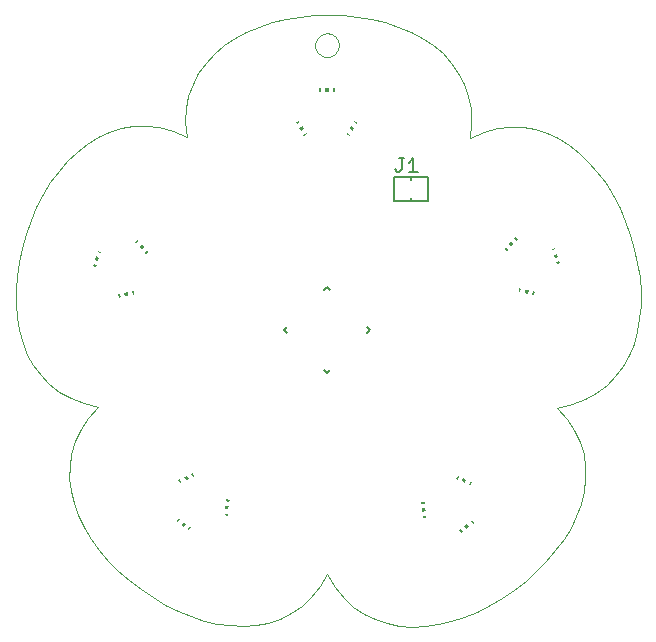
<source format=gto>
G75*
%MOIN*%
%OFA0B0*%
%FSLAX24Y24*%
%IPPOS*%
%LPD*%
%AMOC8*
5,1,8,0,0,1.08239X$1,22.5*
%
%ADD10C,0.0000*%
%ADD11R,0.0059X0.0118*%
%ADD12R,0.0118X0.0118*%
%ADD13R,0.0118X0.0118*%
%ADD14C,0.0060*%
%ADD15C,0.0050*%
D10*
X003693Y003291D02*
X003390Y003649D01*
X003120Y004022D01*
X002887Y004409D01*
X002694Y004806D01*
X002545Y005211D01*
X002443Y005621D01*
X002392Y006035D01*
X002396Y006448D01*
X002458Y006859D01*
X002582Y007266D01*
X002770Y007665D01*
X003028Y008054D01*
X003358Y008430D01*
X002876Y008540D01*
X002444Y008703D01*
X002061Y008914D01*
X001725Y009170D01*
X001436Y009466D01*
X001193Y009799D01*
X000992Y010163D01*
X000834Y010555D01*
X000718Y010971D01*
X000640Y011406D01*
X000602Y011856D01*
X000600Y012317D01*
X000634Y012786D01*
X000702Y013256D01*
X000804Y013726D01*
X000937Y014189D01*
X001100Y014643D01*
X001293Y015082D01*
X001514Y015504D01*
X001760Y015902D01*
X002032Y016275D01*
X002328Y016616D01*
X002646Y016922D01*
X002985Y017189D01*
X003344Y017413D01*
X003721Y017589D01*
X004116Y017713D01*
X004526Y017781D01*
X004951Y017789D01*
X005388Y017733D01*
X005838Y017608D01*
X006298Y017411D01*
X006253Y017903D01*
X006275Y018365D01*
X006357Y018794D01*
X006497Y019192D01*
X006689Y019558D01*
X006930Y019893D01*
X007215Y020196D01*
X007539Y020467D01*
X007898Y020707D01*
X008288Y020915D01*
X008704Y021091D01*
X009143Y021235D01*
X009598Y021347D01*
X010067Y021428D01*
X010545Y021476D01*
X011027Y021493D01*
X011509Y021477D01*
X011986Y021430D01*
X012455Y021351D01*
X012911Y021239D01*
X013349Y021096D01*
X013765Y020920D01*
X014154Y020712D01*
X014513Y020472D01*
X014837Y020200D01*
X015121Y019895D01*
X015361Y019559D01*
X015552Y019190D01*
X015691Y018788D01*
X015773Y018354D01*
X015793Y017888D01*
X015748Y017390D01*
X016202Y017584D01*
X016647Y017707D01*
X017081Y017761D01*
X017503Y017751D01*
X017911Y017681D01*
X018304Y017556D01*
X018680Y017379D01*
X019038Y017154D01*
X019377Y016887D01*
X019695Y016580D01*
X019991Y016238D01*
X020264Y015866D01*
X020511Y015467D01*
X020733Y015046D01*
X020926Y014607D01*
X021091Y014154D01*
X021225Y013691D01*
X021328Y013222D01*
X021397Y012751D01*
X021432Y012284D01*
X021431Y011823D01*
X021392Y011373D01*
X021315Y010938D01*
X021198Y010523D01*
X021039Y010131D01*
X020837Y009767D01*
X020591Y009434D01*
X020299Y009138D01*
X019960Y008882D01*
X019573Y008670D01*
X019136Y008507D01*
X018647Y008396D01*
X018973Y008024D01*
X019227Y007638D01*
X019413Y007242D01*
X019534Y006838D01*
X019593Y006429D01*
X019595Y006017D01*
X019543Y005604D01*
X019440Y005194D01*
X019291Y004789D01*
X019097Y004392D01*
X018864Y004005D01*
X018594Y003631D01*
X018291Y003272D01*
X017959Y002931D01*
X017601Y002611D01*
X017221Y002314D01*
X016822Y002043D01*
X016408Y001801D01*
X015982Y001590D01*
X015548Y001412D01*
X015109Y001271D01*
X014670Y001169D01*
X014232Y001108D01*
X013801Y001091D01*
X013379Y001121D01*
X012970Y001200D01*
X012578Y001332D01*
X012206Y001518D01*
X011858Y001761D01*
X011537Y002064D01*
X011246Y002429D01*
X010990Y002859D01*
X010737Y002434D01*
X010449Y002074D01*
X010129Y001775D01*
X009782Y001535D01*
X009411Y001352D01*
X009020Y001222D01*
X008612Y001145D01*
X008190Y001116D01*
X007759Y001133D01*
X007321Y001194D01*
X006881Y001296D01*
X006441Y001437D01*
X006007Y001614D01*
X005580Y001825D01*
X005165Y002066D01*
X004765Y002336D01*
X004384Y002632D01*
X004026Y002951D01*
X003693Y003291D01*
X010583Y020475D02*
X010585Y020514D01*
X010591Y020553D01*
X010601Y020591D01*
X010614Y020628D01*
X010631Y020663D01*
X010651Y020697D01*
X010675Y020728D01*
X010702Y020757D01*
X010731Y020783D01*
X010763Y020806D01*
X010797Y020826D01*
X010833Y020842D01*
X010870Y020854D01*
X010909Y020863D01*
X010948Y020868D01*
X010987Y020869D01*
X011026Y020866D01*
X011065Y020859D01*
X011102Y020848D01*
X011139Y020834D01*
X011174Y020816D01*
X011207Y020795D01*
X011238Y020770D01*
X011266Y020743D01*
X011291Y020713D01*
X011313Y020680D01*
X011332Y020646D01*
X011347Y020610D01*
X011359Y020572D01*
X011367Y020534D01*
X011371Y020495D01*
X011371Y020455D01*
X011367Y020416D01*
X011359Y020378D01*
X011347Y020340D01*
X011332Y020304D01*
X011313Y020270D01*
X011291Y020237D01*
X011266Y020207D01*
X011238Y020180D01*
X011207Y020155D01*
X011174Y020134D01*
X011139Y020116D01*
X011102Y020102D01*
X011065Y020091D01*
X011026Y020084D01*
X010987Y020081D01*
X010948Y020082D01*
X010909Y020087D01*
X010870Y020096D01*
X010833Y020108D01*
X010797Y020124D01*
X010763Y020144D01*
X010731Y020167D01*
X010702Y020193D01*
X010675Y020222D01*
X010651Y020253D01*
X010631Y020287D01*
X010614Y020322D01*
X010601Y020359D01*
X010591Y020397D01*
X010585Y020436D01*
X010583Y020475D01*
D11*
X010741Y018989D03*
X011213Y018989D03*
G36*
X011995Y017900D02*
X011966Y017850D01*
X011865Y017908D01*
X011894Y017958D01*
X011995Y017900D01*
G37*
G36*
X011758Y017491D02*
X011729Y017441D01*
X011628Y017499D01*
X011657Y017549D01*
X011758Y017491D01*
G37*
G36*
X010224Y017441D02*
X010195Y017491D01*
X010296Y017549D01*
X010325Y017499D01*
X010224Y017441D01*
G37*
G36*
X009988Y017850D02*
X009959Y017900D01*
X010060Y017958D01*
X010089Y017908D01*
X009988Y017850D01*
G37*
G36*
X004987Y013640D02*
X005026Y013596D01*
X004939Y013518D01*
X004900Y013562D01*
X004987Y013640D01*
G37*
G36*
X004671Y013991D02*
X004710Y013947D01*
X004623Y013869D01*
X004584Y013913D01*
X004671Y013991D01*
G37*
G36*
X003329Y013575D02*
X003347Y013629D01*
X003459Y013593D01*
X003441Y013539D01*
X003329Y013575D01*
G37*
G36*
X003183Y013126D02*
X003201Y013180D01*
X003313Y013144D01*
X003295Y013090D01*
X003183Y013126D01*
G37*
G36*
X004098Y012067D02*
X004042Y012055D01*
X004018Y012169D01*
X004074Y012181D01*
X004098Y012067D01*
G37*
G36*
X004560Y012165D02*
X004504Y012153D01*
X004480Y012267D01*
X004536Y012279D01*
X004560Y012165D01*
G37*
G36*
X006458Y006181D02*
X006510Y006204D01*
X006558Y006097D01*
X006506Y006074D01*
X006458Y006181D01*
G37*
G36*
X006027Y005989D02*
X006079Y006012D01*
X006127Y005905D01*
X006075Y005882D01*
X006027Y005989D01*
G37*
G36*
X006008Y004584D02*
X005961Y004618D01*
X006030Y004712D01*
X006077Y004678D01*
X006008Y004584D01*
G37*
G36*
X006390Y004306D02*
X006343Y004340D01*
X006412Y004434D01*
X006459Y004400D01*
X006390Y004306D01*
G37*
G36*
X007679Y004849D02*
X007673Y004792D01*
X007557Y004805D01*
X007563Y004862D01*
X007679Y004849D01*
G37*
G36*
X007729Y005319D02*
X007723Y005262D01*
X007607Y005275D01*
X007613Y005332D01*
X007729Y005319D01*
G37*
G36*
X014121Y005184D02*
X014115Y005241D01*
X014231Y005254D01*
X014237Y005197D01*
X014121Y005184D01*
G37*
G36*
X014170Y004714D02*
X014164Y004771D01*
X014280Y004784D01*
X014286Y004727D01*
X014170Y004714D01*
G37*
G36*
X015500Y004263D02*
X015453Y004229D01*
X015384Y004323D01*
X015431Y004357D01*
X015500Y004263D01*
G37*
G36*
X015883Y004541D02*
X015836Y004507D01*
X015767Y004601D01*
X015814Y004635D01*
X015883Y004541D01*
G37*
G36*
X015765Y005934D02*
X015817Y005911D01*
X015769Y005804D01*
X015717Y005827D01*
X015765Y005934D01*
G37*
G36*
X015333Y006127D02*
X015385Y006104D01*
X015337Y005997D01*
X015285Y006020D01*
X015333Y006127D01*
G37*
G36*
X017882Y012148D02*
X017826Y012160D01*
X017850Y012274D01*
X017906Y012262D01*
X017882Y012148D01*
G37*
G36*
X017420Y012246D02*
X017364Y012258D01*
X017388Y012372D01*
X017444Y012360D01*
X017420Y012246D01*
G37*
G36*
X018723Y013272D02*
X018741Y013218D01*
X018629Y013182D01*
X018611Y013236D01*
X018723Y013272D01*
G37*
G36*
X018577Y013722D02*
X018595Y013668D01*
X018483Y013632D01*
X018465Y013686D01*
X018577Y013722D01*
G37*
G36*
X017214Y014040D02*
X017253Y014084D01*
X017340Y014006D01*
X017301Y013962D01*
X017214Y014040D01*
G37*
G36*
X016898Y013689D02*
X016937Y013733D01*
X017024Y013655D01*
X016985Y013611D01*
X016898Y013689D01*
G37*
D12*
X010977Y018989D03*
D13*
G36*
X011891Y017720D02*
X011832Y017619D01*
X011731Y017678D01*
X011790Y017779D01*
X011891Y017720D01*
G37*
G36*
X010121Y017619D02*
X010062Y017720D01*
X010163Y017779D01*
X010222Y017678D01*
X010121Y017619D01*
G37*
G36*
X004809Y013838D02*
X004888Y013751D01*
X004801Y013672D01*
X004722Y013759D01*
X004809Y013838D01*
G37*
G36*
X003247Y013322D02*
X003284Y013433D01*
X003395Y013396D01*
X003358Y013285D01*
X003247Y013322D01*
G37*
G36*
X004358Y012122D02*
X004244Y012098D01*
X004220Y012212D01*
X004334Y012236D01*
X004358Y012122D01*
G37*
G36*
X006215Y006072D02*
X006321Y006120D01*
X006369Y006014D01*
X006263Y005966D01*
X006215Y006072D01*
G37*
G36*
X007707Y005114D02*
X007695Y004998D01*
X007579Y005010D01*
X007591Y005126D01*
X007707Y005114D01*
G37*
G36*
X006223Y004427D02*
X006128Y004496D01*
X006197Y004591D01*
X006292Y004522D01*
X006223Y004427D01*
G37*
G36*
X014148Y004920D02*
X014136Y005036D01*
X014252Y005048D01*
X014264Y004932D01*
X014148Y004920D01*
G37*
G36*
X015522Y006043D02*
X015628Y005995D01*
X015580Y005889D01*
X015474Y005937D01*
X015522Y006043D01*
G37*
G36*
X015716Y004419D02*
X015621Y004350D01*
X015552Y004445D01*
X015647Y004514D01*
X015716Y004419D01*
G37*
G36*
X017680Y012191D02*
X017566Y012215D01*
X017590Y012329D01*
X017704Y012305D01*
X017680Y012191D01*
G37*
G36*
X018640Y013526D02*
X018677Y013415D01*
X018566Y013378D01*
X018529Y013489D01*
X018640Y013526D01*
G37*
G36*
X017036Y013844D02*
X017115Y013931D01*
X017202Y013852D01*
X017123Y013765D01*
X017036Y013844D01*
G37*
D14*
X012405Y010977D02*
X012313Y010885D01*
X012405Y010977D02*
X012313Y011069D01*
X011069Y012313D02*
X010977Y012405D01*
X010885Y012313D01*
X009640Y011069D02*
X009548Y010977D01*
X009640Y010885D01*
X010885Y009640D02*
X010977Y009548D01*
X011069Y009640D01*
D15*
X013196Y015283D02*
X013769Y015283D01*
X013769Y015381D01*
X013769Y015283D02*
X014358Y015283D01*
X014358Y016070D01*
X013769Y016070D01*
X013769Y015972D01*
X013769Y016070D02*
X013196Y016070D01*
X013196Y015283D01*
X013316Y016263D02*
X013391Y016263D01*
X013466Y016338D01*
X013466Y016713D01*
X013391Y016713D02*
X013541Y016713D01*
X013701Y016563D02*
X013851Y016713D01*
X013851Y016263D01*
X013701Y016263D02*
X014001Y016263D01*
X013316Y016263D02*
X013241Y016338D01*
M02*

</source>
